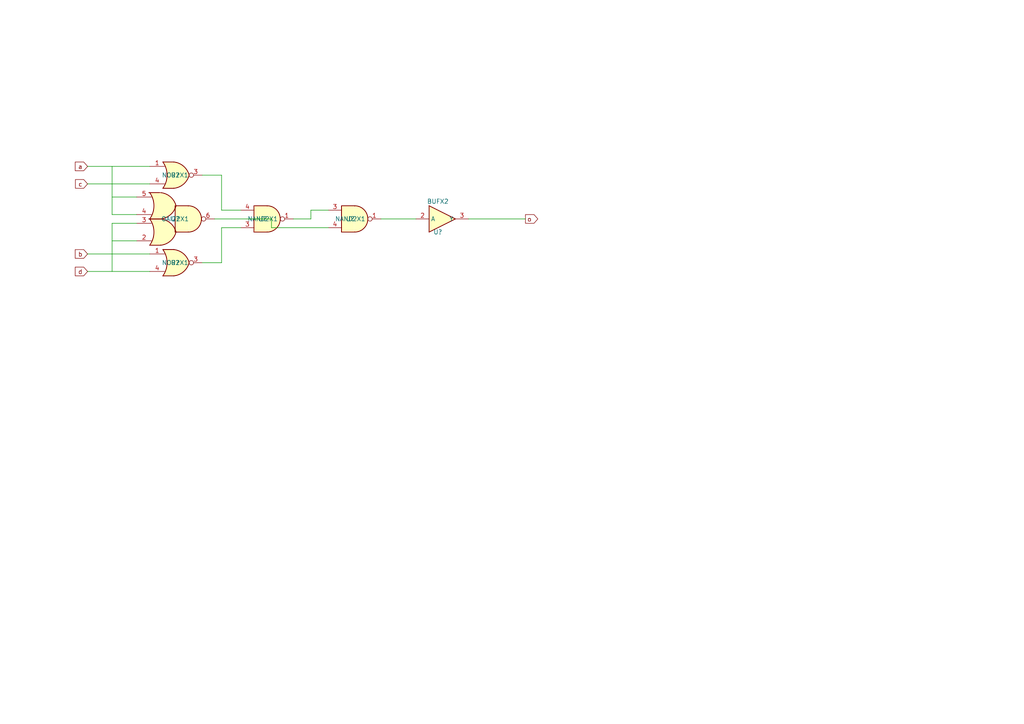
<source format=kicad_sch>
(kicad_sch (version 20200714) (host eeschema "(5.99.0-2317-g779ed4058)")
  (page 1 1)
  (paper "A4")
  (lib_symbols
    (symbol "test:BUFX2"
      (property "Reference" "U" (at 0 3.81 0))
      (property "Value" "BUFX2" (at 0 -5.08 0))
      (symbol "BUFX2_1_0"
        (polyline (pts (xy -2.54 3.81) (xy -2.54 -3.81) (xy 5.08 0) (xy -2.54 3.81)) (stroke (width 0.254)) (fill (type background)))
        (pin input line (at -6.35 0 0) (length 3.81) (name "A") (number "2"))
        (pin output line (at 8.89 0 180) (length 3.81) (name "Y") (number "3"))
      )
    )
    (symbol "test:NAND2X1"
      (property "Reference" "U" (at 0 0 0))
      (property "Value" "NAND2X1" (at 0 0 0))
      (symbol "NAND2X1_1_1"
        (arc (start 1.27 -3.81) (end 1.27 3.81) (radius (at 1.27 0) (length 3.81) (angles -89.9 89.9)) (stroke (width 0.254)) (fill (type background)))
        (polyline (pts (xy 1.27 3.81) (xy -2.54 3.81) (xy -2.54 -3.81) (xy 1.27 -3.81)) (stroke (width 0.254)) (fill (type background)))
        (pin input line (at -6.35 2.54 0) (length 3.81) (name "~") (number "3"))
        (pin input line (at -6.35 -2.54 0) (length 3.81) (name "~") (number "4"))
        (pin output inverted (at 8.89 0 180) (length 3.81) (name "~") (number "1"))
      )
    )
    (symbol "test:NOR2X1"
      (property "Reference" "U" (at 0 0 0))
      (property "Value" "NOR2X1" (at 0 0 0))
      (symbol "NOR2X1_1_1"
        (arc (start -3.556 3.81) (end -3.556 -3.81) (radius (at -8.89 0) (length 6.5532) (angles 35.4 -35.4)) (stroke (width 0.254)))
        (arc (start 4.064 0) (end -0.3556 3.81) (radius (at -0.9398 -1.3208) (length 5.1816) (angles 15 83.7)) (stroke (width 0.254)) (fill (type background)))
        (arc (start 4.064 0) (end -0.3556 -3.81) (radius (at -0.9398 1.3208) (length 5.1816) (angles -15 -83.7)) (stroke (width 0.254)) (fill (type background)))
        (polyline (pts (xy -3.556 -3.81) (xy -0.381 -3.81)) (stroke (width 0.254)) (fill (type background)))
        (polyline (pts (xy -3.556 3.81) (xy -0.381 3.81)) (stroke (width 0.254)) (fill (type background)))
        (polyline (pts (xy -0.381 3.81) (xy -3.556 3.81) (xy -3.556 3.81) (xy -3.302 3.4036) (xy -2.7686 2.2606) (xy -2.4384 1.0414) (xy -2.3622 -0.254) (xy -2.5146 -1.4986) (xy -2.921 -2.7178) (xy -3.556 -3.81) (xy -3.556 -3.81) (xy -0.381 -3.81)) (stroke (width -25.4)) (fill (type background)))
        (pin input line (at -7.366 2.54 0) (length 4.318) (name "~") (number "1"))
        (pin input line (at -7.366 -2.54 0) (length 4.318) (name "~") (number "4"))
        (pin output inverted (at 7.874 0 180) (length 3.81) (name "~") (number "3"))
      )
    )
    (symbol "test:OAI22X1"
      (property "Reference" "U" (at 0 0 0))
      (property "Value" "OAI22X1" (at 0 0 0))
      (symbol "OAI22X1_1_1"
        (arc (start 3.81 -3.81) (end 3.81 3.81) (radius (at 3.81 0) (length 3.81) (angles -89.9 89.9)) (stroke (width 0.254)) (fill (type background)))
        (arc (start -7.366 7.62) (end -7.366 0) (radius (at -12.7 3.81) (length 6.5532) (angles 35.4 -35.4)) (stroke (width 0.254)))
        (arc (start 0.254 3.81) (end -4.1656 7.62) (radius (at -4.7498 2.4892) (length 5.1816) (angles 15 83.7)) (stroke (width 0.254)) (fill (type background)))
        (arc (start 0.254 3.81) (end -4.1656 0) (radius (at -4.7498 5.1308) (length 5.1816) (angles -15 -83.7)) (stroke (width 0.254)) (fill (type background)))
        (arc (start -7.366 0) (end -7.366 -7.62) (radius (at -12.7 -3.81) (length 6.5532) (angles 35.4 -35.4)) (stroke (width 0.254)))
        (arc (start 0.254 -3.81) (end -4.1656 0) (radius (at -4.7498 -5.1308) (length 5.1816) (angles 15 83.7)) (stroke (width 0.254)) (fill (type background)))
        (arc (start 0.254 -3.81) (end -4.1656 -7.62) (radius (at -4.7498 -2.4892) (length 5.1816) (angles -15 -83.7)) (stroke (width 0.254)) (fill (type background)))
        (polyline (pts (xy 3.81 3.81) (xy 0 3.81) (xy 0 -3.81) (xy 3.81 -3.81)) (stroke (width 0.254)) (fill (type background)))
        (polyline (pts (xy -7.366 7.62) (xy -4.191 7.62)) (stroke (width 0.254)) (fill (type background)))
        (polyline (pts (xy -4.191 7.62) (xy -7.366 7.62) (xy -7.366 7.62) (xy -7.112 7.2136) (xy -6.5786 6.0706) (xy -6.2484 4.8514) (xy -6.1722 3.556) (xy -6.3246 2.3114) (xy -6.731 1.0922) (xy -7.366 0) (xy -7.366 0) (xy -4.191 0)) (stroke (width -25.4)) (fill (type background)))
        (polyline (pts (xy -7.62 0) (xy -4.445 0)) (stroke (width 0.254)) (fill (type background)))
        (polyline (pts (xy -7.366 0) (xy -4.191 0)) (stroke (width 0.254)) (fill (type background)))
        (polyline (pts (xy -4.191 0) (xy -7.366 0) (xy -7.366 0) (xy -7.112 -0.4064) (xy -6.5786 -1.5494) (xy -6.2484 -2.7686) (xy -6.1722 -4.064) (xy -6.3246 -5.3086) (xy -6.731 -6.5278) (xy -7.366 -7.62) (xy -7.366 -7.62) (xy -4.191 -7.62)) (stroke (width -25.4)) (fill (type background)))
        (polyline (pts (xy -7.62 -7.62) (xy -4.445 -7.62)) (stroke (width 0.254)) (fill (type background)))
        (pin output inverted (at 11.43 0 180) (length 3.81) (name "~") (number "6"))
        (pin input line (at -11.176 6.35 0) (length 4.318) (name "~") (number "2"))
        (pin input line (at -11.176 1.27 0) (length 4.318) (name "~") (number "3"))
        (pin input line (at -11.176 -1.27 0) (length 4.318) (name "~") (number "4"))
        (pin input line (at -11.176 -6.35 0) (length 4.318) (name "~") (number "5"))
      )
    )
  )
  (wire (pts (xy 25.4 48.26) (xy 43.434 48.26)))
  (wire (pts (xy 25.4 53.34) (xy 43.434 53.34)))
  (wire (pts (xy 25.4 73.66) (xy 43.434 73.66)))
  (wire (pts (xy 25.4 78.74) (xy 43.434 78.74)))
  (wire (pts (xy 32.512 48.26) (xy 32.512 62.23)))
  (wire (pts (xy 32.512 57.15) (xy 39.624 57.15)))
  (wire (pts (xy 32.512 62.23) (xy 39.624 62.23)))
  (wire (pts (xy 32.512 64.77) (xy 32.512 78.74)))
  (wire (pts (xy 32.512 64.77) (xy 39.624 64.77)))
  (wire (pts (xy 32.512 69.85) (xy 39.624 69.85)))
  (wire (pts (xy 58.674 50.8) (xy 64.262 50.8)))
  (wire (pts (xy 58.674 76.2) (xy 64.262 76.2)))
  (wire (pts (xy 62.23 63.5) (xy 78.74 63.5)))
  (wire (pts (xy 64.262 50.8) (xy 64.262 60.96)))
  (wire (pts (xy 64.262 60.96) (xy 69.85 60.96)))
  (wire (pts (xy 64.262 66.04) (xy 69.85 66.04)))
  (wire (pts (xy 64.262 76.2) (xy 64.262 66.04)))
  (wire (pts (xy 78.74 63.5) (xy 78.74 66.04)))
  (wire (pts (xy 78.74 66.04) (xy 95.25 66.04)))
  (wire (pts (xy 85.09 63.5) (xy 90.17 63.5)))
  (wire (pts (xy 90.17 60.96) (xy 95.25 60.96)))
  (wire (pts (xy 90.17 63.5) (xy 90.17 60.96)))
  (wire (pts (xy 110.49 63.5) (xy 120.65 63.5)))
  (wire (pts (xy 135.89 63.5) (xy 152.4 63.5)))
  (global_label "a" (shape input) (at 25.4 48.26 180))
  (global_label "c" (shape input) (at 25.4 53.34 180))
  (global_label "b" (shape input) (at 25.4 73.66 180))
  (global_label "d" (shape input) (at 25.4 78.74 180))
  (global_label "o" (shape output) (at 152.4 63.5 0))
  (symbol (lib_id "test:BUFX2") (at 127 63.5 0) (unit 1)
    (property "Reference" "U?" (at 127 67.31 0))
    (property "Value" "BUFX2" (at 127 58.42 0))
  )
  (symbol (lib_id "test:NOR2X1") (at 50.8 50.8 0) (unit 1)
    (property "Reference" "U?" (at 50.8 50.8 0))
    (property "Value" "NOR2X1" (at 50.8 50.8 0))
  )
  (symbol (lib_id "test:NOR2X1") (at 50.8 76.2 0) (unit 1)
    (property "Reference" "U?" (at 50.8 76.2 0))
    (property "Value" "NOR2X1" (at 50.8 76.2 0))
  )
  (symbol (lib_id "test:NAND2X1") (at 76.2 63.5 0) (mirror x) (unit 1)
    (property "Reference" "U?" (at 76.2 63.5 0))
    (property "Value" "NAND2X1" (at 76.2 63.5 0))
  )
  (symbol (lib_id "test:NAND2X1") (at 101.6 63.5 0) (unit 1)
    (property "Reference" "U?" (at 101.6 63.5 0))
    (property "Value" "NAND2X1" (at 101.6 63.5 0))
  )
  (symbol (lib_id "test:OAI22X1") (at 50.8 63.5 0) (mirror x) (unit 1)
    (property "Reference" "U?" (at 50.8 63.5 0))
    (property "Value" "OAI22X1" (at 50.8 63.5 0))
  )
)
</source>
